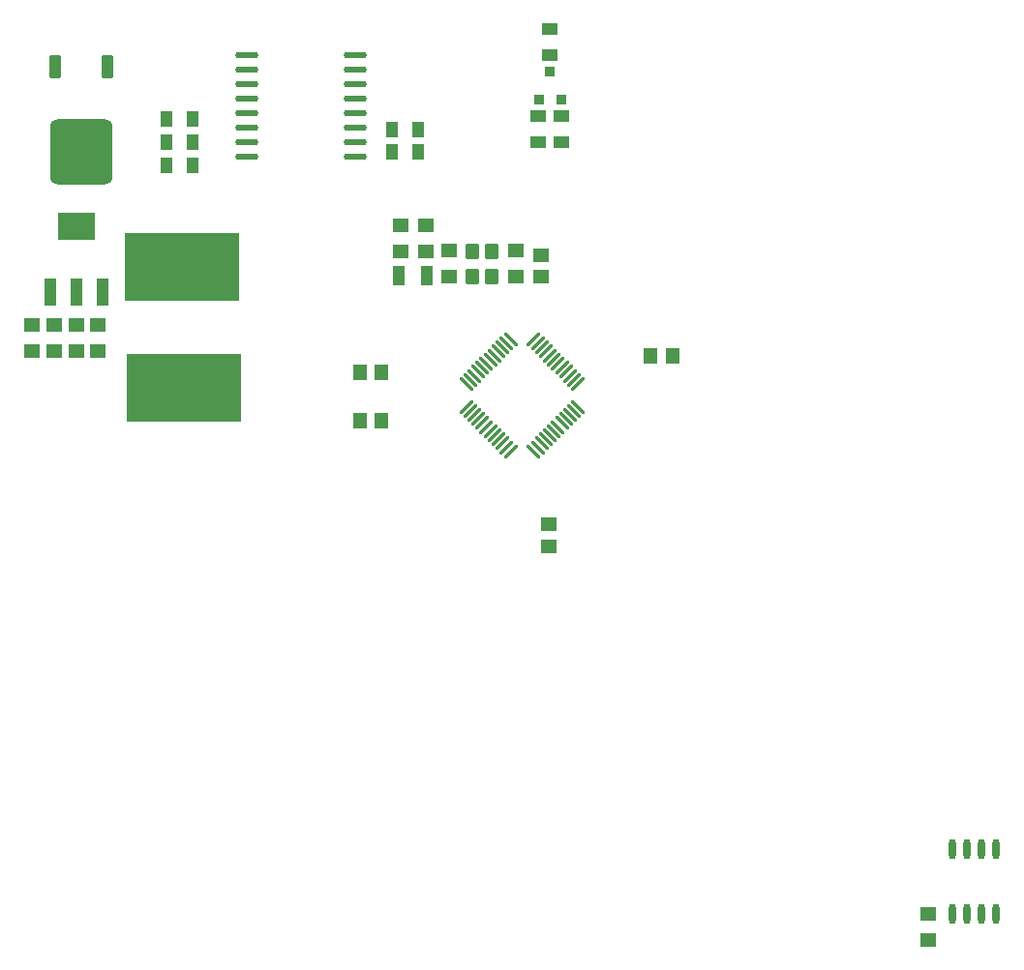
<source format=gbr>
%TF.GenerationSoftware,Altium Limited,Altium Designer,21.3.2 (30)*%
G04 Layer_Color=128*
%FSLAX24Y24*%
%MOIN*%
%TF.SameCoordinates,B2232A1B-76E2-43D3-9B88-882A457EFEF9*%
%TF.FilePolarity,Positive*%
%TF.FileFunction,Paste,Bot*%
%TF.Part,Single*%
G01*
G75*
%TA.AperFunction,SMDPad,CuDef*%
%ADD15R,0.0550X0.0394*%
%ADD16R,0.0550X0.0500*%
%ADD41R,0.3937X0.2362*%
%ADD42R,0.1299X0.0945*%
%ADD43R,0.0394X0.0945*%
G04:AMPARAMS|DCode=44|XSize=216.5mil|YSize=224.4mil|CornerRadius=27.1mil|HoleSize=0mil|Usage=FLASHONLY|Rotation=0.000|XOffset=0mil|YOffset=0mil|HoleType=Round|Shape=RoundedRectangle|*
%AMROUNDEDRECTD44*
21,1,0.2165,0.1703,0,0,0.0*
21,1,0.1624,0.2244,0,0,0.0*
1,1,0.0541,0.0812,-0.0851*
1,1,0.0541,-0.0812,-0.0851*
1,1,0.0541,-0.0812,0.0851*
1,1,0.0541,0.0812,0.0851*
%
%ADD44ROUNDEDRECTD44*%
G04:AMPARAMS|DCode=45|XSize=39.4mil|YSize=78.7mil|CornerRadius=4.9mil|HoleSize=0mil|Usage=FLASHONLY|Rotation=0.000|XOffset=0mil|YOffset=0mil|HoleType=Round|Shape=RoundedRectangle|*
%AMROUNDEDRECTD45*
21,1,0.0394,0.0689,0,0,0.0*
21,1,0.0295,0.0787,0,0,0.0*
1,1,0.0098,0.0148,-0.0344*
1,1,0.0098,-0.0148,-0.0344*
1,1,0.0098,-0.0148,0.0344*
1,1,0.0098,0.0148,0.0344*
%
%ADD45ROUNDEDRECTD45*%
%ADD46R,0.0394X0.0550*%
%ADD47O,0.0800X0.0217*%
%ADD48R,0.0354X0.0374*%
%ADD49R,0.0394X0.0709*%
G04:AMPARAMS|DCode=50|XSize=55.1mil|YSize=47.2mil|CornerRadius=5.9mil|HoleSize=0mil|Usage=FLASHONLY|Rotation=90.000|XOffset=0mil|YOffset=0mil|HoleType=Round|Shape=RoundedRectangle|*
%AMROUNDEDRECTD50*
21,1,0.0551,0.0354,0,0,90.0*
21,1,0.0433,0.0472,0,0,90.0*
1,1,0.0118,0.0177,0.0217*
1,1,0.0118,0.0177,-0.0217*
1,1,0.0118,-0.0177,-0.0217*
1,1,0.0118,-0.0177,0.0217*
%
%ADD50ROUNDEDRECTD50*%
%ADD51R,0.0551X0.0472*%
G04:AMPARAMS|DCode=52|XSize=11mil|YSize=61.4mil|CornerRadius=2.8mil|HoleSize=0mil|Usage=FLASHONLY|Rotation=315.000|XOffset=0mil|YOffset=0mil|HoleType=Round|Shape=RoundedRectangle|*
%AMROUNDEDRECTD52*
21,1,0.0110,0.0559,0,0,315.0*
21,1,0.0055,0.0614,0,0,315.0*
1,1,0.0055,-0.0178,-0.0217*
1,1,0.0055,-0.0217,-0.0178*
1,1,0.0055,0.0178,0.0217*
1,1,0.0055,0.0217,0.0178*
%
%ADD52ROUNDEDRECTD52*%
G04:AMPARAMS|DCode=53|XSize=11mil|YSize=61.4mil|CornerRadius=2.8mil|HoleSize=0mil|Usage=FLASHONLY|Rotation=225.000|XOffset=0mil|YOffset=0mil|HoleType=Round|Shape=RoundedRectangle|*
%AMROUNDEDRECTD53*
21,1,0.0110,0.0559,0,0,225.0*
21,1,0.0055,0.0614,0,0,225.0*
1,1,0.0055,-0.0217,0.0178*
1,1,0.0055,-0.0178,0.0217*
1,1,0.0055,0.0217,-0.0178*
1,1,0.0055,0.0178,-0.0217*
%
%ADD53ROUNDEDRECTD53*%
%ADD54R,0.0472X0.0551*%
%ADD55O,0.0236X0.0709*%
D15*
X36547Y38439D02*
D03*
Y37539D02*
D03*
X36134Y35449D02*
D03*
Y34549D02*
D03*
X36917Y34549D02*
D03*
Y35449D02*
D03*
D16*
X20977Y27340D02*
D03*
Y28240D02*
D03*
X20222Y27340D02*
D03*
Y28240D02*
D03*
X19468Y27340D02*
D03*
Y28240D02*
D03*
X18713Y27340D02*
D03*
Y28240D02*
D03*
X32281Y31677D02*
D03*
Y30777D02*
D03*
X33050Y30790D02*
D03*
Y29890D02*
D03*
X35380D02*
D03*
Y30790D02*
D03*
X49550Y7950D02*
D03*
Y7050D02*
D03*
X31411Y30777D02*
D03*
Y31677D02*
D03*
D41*
X23881Y30233D02*
D03*
X23920Y26060D02*
D03*
D42*
X20236Y31643D02*
D03*
D43*
X19330Y29360D02*
D03*
X20236D02*
D03*
X21141D02*
D03*
D44*
X20400Y34220D02*
D03*
D45*
X21300Y37133D02*
D03*
X19500Y37133D02*
D03*
D46*
X23319Y33753D02*
D03*
X24219D02*
D03*
X23319Y34553D02*
D03*
X24219D02*
D03*
X23319Y35353D02*
D03*
X24219D02*
D03*
X31989Y34200D02*
D03*
X31089D02*
D03*
X31989Y34973D02*
D03*
X31089D02*
D03*
D47*
X29829Y37553D02*
D03*
Y37053D02*
D03*
Y36553D02*
D03*
Y36053D02*
D03*
Y35553D02*
D03*
Y35053D02*
D03*
Y34553D02*
D03*
Y34053D02*
D03*
X26109Y37553D02*
D03*
Y37053D02*
D03*
Y36553D02*
D03*
Y36053D02*
D03*
Y35553D02*
D03*
Y35053D02*
D03*
Y34553D02*
D03*
Y34053D02*
D03*
D48*
X36169Y35999D02*
D03*
X36543Y36983D02*
D03*
X36917Y35999D02*
D03*
D49*
X32302Y29930D02*
D03*
X31318D02*
D03*
D50*
X34535Y29917D02*
D03*
Y30783D02*
D03*
X33865D02*
D03*
Y29917D02*
D03*
D51*
X36241Y30652D02*
D03*
Y29904D02*
D03*
X36499Y21356D02*
D03*
Y20608D02*
D03*
D52*
X33651Y25412D02*
D03*
X33790Y25273D02*
D03*
X33929Y25134D02*
D03*
X34068Y24994D02*
D03*
X34208Y24855D02*
D03*
X34347Y24716D02*
D03*
X34486Y24577D02*
D03*
X34625Y24438D02*
D03*
X34764Y24298D02*
D03*
X34904Y24159D02*
D03*
X35043Y24020D02*
D03*
X35182Y23881D02*
D03*
X37509Y26208D02*
D03*
X37370Y26347D02*
D03*
X37231Y26486D02*
D03*
X37092Y26626D02*
D03*
X36952Y26765D02*
D03*
X36813Y26904D02*
D03*
X36674Y27043D02*
D03*
X36535Y27182D02*
D03*
X36396Y27322D02*
D03*
X36256Y27461D02*
D03*
X36117Y27600D02*
D03*
X35978Y27739D02*
D03*
D53*
Y23881D02*
D03*
X36117Y24020D02*
D03*
X36256Y24159D02*
D03*
X36396Y24298D02*
D03*
X36535Y24438D02*
D03*
X36674Y24577D02*
D03*
X36813Y24716D02*
D03*
X36952Y24855D02*
D03*
X37092Y24994D02*
D03*
X37231Y25134D02*
D03*
X37370Y25273D02*
D03*
X37509Y25412D02*
D03*
X35182Y27739D02*
D03*
X35043Y27600D02*
D03*
X34904Y27461D02*
D03*
X34764Y27322D02*
D03*
X34625Y27182D02*
D03*
X34486Y27043D02*
D03*
X34347Y26904D02*
D03*
X34208Y26765D02*
D03*
X34068Y26626D02*
D03*
X33929Y26486D02*
D03*
X33790Y26347D02*
D03*
X33651Y26208D02*
D03*
D54*
X29988Y26611D02*
D03*
X30736D02*
D03*
Y24951D02*
D03*
X29988D02*
D03*
X40752Y27159D02*
D03*
X40004D02*
D03*
D55*
X50410Y10162D02*
D03*
X50910D02*
D03*
X51410D02*
D03*
X51910D02*
D03*
X50410Y7938D02*
D03*
X50910D02*
D03*
X51410D02*
D03*
X51910D02*
D03*
%TF.MD5,8b403ca110b5c8ae520a73b138df13cc*%
M02*

</source>
